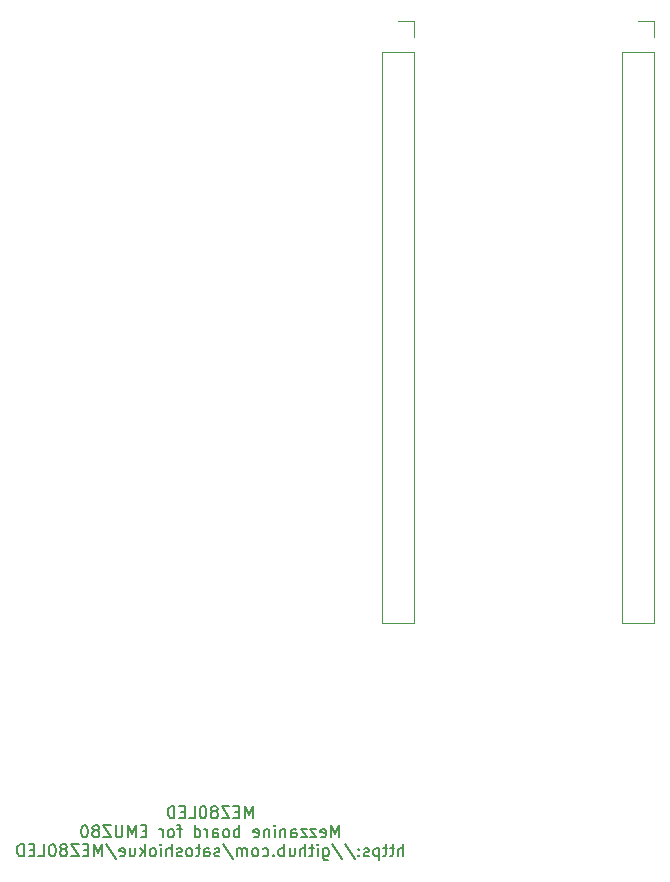
<source format=gbo>
G04 #@! TF.GenerationSoftware,KiCad,Pcbnew,(6.0.10-0)*
G04 #@! TF.CreationDate,2023-01-04T21:44:57+09:00*
G04 #@! TF.ProjectId,MEZ80LED,4d455a38-304c-4454-942e-6b696361645f,A*
G04 #@! TF.SameCoordinates,PX5ee3fe0PY8f872a0*
G04 #@! TF.FileFunction,Legend,Bot*
G04 #@! TF.FilePolarity,Positive*
%FSLAX46Y46*%
G04 Gerber Fmt 4.6, Leading zero omitted, Abs format (unit mm)*
G04 Created by KiCad (PCBNEW (6.0.10-0)) date 2023-01-04 21:44:57*
%MOMM*%
%LPD*%
G01*
G04 APERTURE LIST*
%ADD10C,0.150000*%
%ADD11C,0.120000*%
G04 APERTURE END LIST*
D10*
X39131428Y8777620D02*
X39131428Y9777620D01*
X38798095Y9063334D01*
X38464761Y9777620D01*
X38464761Y8777620D01*
X37988571Y9301429D02*
X37655238Y9301429D01*
X37512380Y8777620D02*
X37988571Y8777620D01*
X37988571Y9777620D01*
X37512380Y9777620D01*
X37179047Y9777620D02*
X36512380Y9777620D01*
X37179047Y8777620D01*
X36512380Y8777620D01*
X35988571Y9349048D02*
X36083809Y9396667D01*
X36131428Y9444286D01*
X36179047Y9539524D01*
X36179047Y9587143D01*
X36131428Y9682381D01*
X36083809Y9730000D01*
X35988571Y9777620D01*
X35798095Y9777620D01*
X35702857Y9730000D01*
X35655238Y9682381D01*
X35607619Y9587143D01*
X35607619Y9539524D01*
X35655238Y9444286D01*
X35702857Y9396667D01*
X35798095Y9349048D01*
X35988571Y9349048D01*
X36083809Y9301429D01*
X36131428Y9253810D01*
X36179047Y9158572D01*
X36179047Y8968096D01*
X36131428Y8872858D01*
X36083809Y8825239D01*
X35988571Y8777620D01*
X35798095Y8777620D01*
X35702857Y8825239D01*
X35655238Y8872858D01*
X35607619Y8968096D01*
X35607619Y9158572D01*
X35655238Y9253810D01*
X35702857Y9301429D01*
X35798095Y9349048D01*
X34988571Y9777620D02*
X34893333Y9777620D01*
X34798095Y9730000D01*
X34750476Y9682381D01*
X34702857Y9587143D01*
X34655238Y9396667D01*
X34655238Y9158572D01*
X34702857Y8968096D01*
X34750476Y8872858D01*
X34798095Y8825239D01*
X34893333Y8777620D01*
X34988571Y8777620D01*
X35083809Y8825239D01*
X35131428Y8872858D01*
X35179047Y8968096D01*
X35226666Y9158572D01*
X35226666Y9396667D01*
X35179047Y9587143D01*
X35131428Y9682381D01*
X35083809Y9730000D01*
X34988571Y9777620D01*
X33750476Y8777620D02*
X34226666Y8777620D01*
X34226666Y9777620D01*
X33417142Y9301429D02*
X33083809Y9301429D01*
X32940952Y8777620D02*
X33417142Y8777620D01*
X33417142Y9777620D01*
X32940952Y9777620D01*
X32512380Y8777620D02*
X32512380Y9777620D01*
X32274285Y9777620D01*
X32131428Y9730000D01*
X32036190Y9634762D01*
X31988571Y9539524D01*
X31940952Y9349048D01*
X31940952Y9206191D01*
X31988571Y9015715D01*
X32036190Y8920477D01*
X32131428Y8825239D01*
X32274285Y8777620D01*
X32512380Y8777620D01*
X46440952Y7167620D02*
X46440952Y8167620D01*
X46107619Y7453334D01*
X45774285Y8167620D01*
X45774285Y7167620D01*
X44917142Y7215239D02*
X45012380Y7167620D01*
X45202857Y7167620D01*
X45298095Y7215239D01*
X45345714Y7310477D01*
X45345714Y7691429D01*
X45298095Y7786667D01*
X45202857Y7834286D01*
X45012380Y7834286D01*
X44917142Y7786667D01*
X44869523Y7691429D01*
X44869523Y7596191D01*
X45345714Y7500953D01*
X44536190Y7834286D02*
X44012380Y7834286D01*
X44536190Y7167620D01*
X44012380Y7167620D01*
X43726666Y7834286D02*
X43202857Y7834286D01*
X43726666Y7167620D01*
X43202857Y7167620D01*
X42393333Y7167620D02*
X42393333Y7691429D01*
X42440952Y7786667D01*
X42536190Y7834286D01*
X42726666Y7834286D01*
X42821904Y7786667D01*
X42393333Y7215239D02*
X42488571Y7167620D01*
X42726666Y7167620D01*
X42821904Y7215239D01*
X42869523Y7310477D01*
X42869523Y7405715D01*
X42821904Y7500953D01*
X42726666Y7548572D01*
X42488571Y7548572D01*
X42393333Y7596191D01*
X41917142Y7834286D02*
X41917142Y7167620D01*
X41917142Y7739048D02*
X41869523Y7786667D01*
X41774285Y7834286D01*
X41631428Y7834286D01*
X41536190Y7786667D01*
X41488571Y7691429D01*
X41488571Y7167620D01*
X41012380Y7167620D02*
X41012380Y7834286D01*
X41012380Y8167620D02*
X41060000Y8120000D01*
X41012380Y8072381D01*
X40964761Y8120000D01*
X41012380Y8167620D01*
X41012380Y8072381D01*
X40536190Y7834286D02*
X40536190Y7167620D01*
X40536190Y7739048D02*
X40488571Y7786667D01*
X40393333Y7834286D01*
X40250476Y7834286D01*
X40155238Y7786667D01*
X40107619Y7691429D01*
X40107619Y7167620D01*
X39250476Y7215239D02*
X39345714Y7167620D01*
X39536190Y7167620D01*
X39631428Y7215239D01*
X39679047Y7310477D01*
X39679047Y7691429D01*
X39631428Y7786667D01*
X39536190Y7834286D01*
X39345714Y7834286D01*
X39250476Y7786667D01*
X39202857Y7691429D01*
X39202857Y7596191D01*
X39679047Y7500953D01*
X38012380Y7167620D02*
X38012380Y8167620D01*
X38012380Y7786667D02*
X37917142Y7834286D01*
X37726666Y7834286D01*
X37631428Y7786667D01*
X37583809Y7739048D01*
X37536190Y7643810D01*
X37536190Y7358096D01*
X37583809Y7262858D01*
X37631428Y7215239D01*
X37726666Y7167620D01*
X37917142Y7167620D01*
X38012380Y7215239D01*
X36964761Y7167620D02*
X37060000Y7215239D01*
X37107619Y7262858D01*
X37155238Y7358096D01*
X37155238Y7643810D01*
X37107619Y7739048D01*
X37060000Y7786667D01*
X36964761Y7834286D01*
X36821904Y7834286D01*
X36726666Y7786667D01*
X36679047Y7739048D01*
X36631428Y7643810D01*
X36631428Y7358096D01*
X36679047Y7262858D01*
X36726666Y7215239D01*
X36821904Y7167620D01*
X36964761Y7167620D01*
X35774285Y7167620D02*
X35774285Y7691429D01*
X35821904Y7786667D01*
X35917142Y7834286D01*
X36107619Y7834286D01*
X36202857Y7786667D01*
X35774285Y7215239D02*
X35869523Y7167620D01*
X36107619Y7167620D01*
X36202857Y7215239D01*
X36250476Y7310477D01*
X36250476Y7405715D01*
X36202857Y7500953D01*
X36107619Y7548572D01*
X35869523Y7548572D01*
X35774285Y7596191D01*
X35298095Y7167620D02*
X35298095Y7834286D01*
X35298095Y7643810D02*
X35250476Y7739048D01*
X35202857Y7786667D01*
X35107619Y7834286D01*
X35012380Y7834286D01*
X34250476Y7167620D02*
X34250476Y8167620D01*
X34250476Y7215239D02*
X34345714Y7167620D01*
X34536190Y7167620D01*
X34631428Y7215239D01*
X34679047Y7262858D01*
X34726666Y7358096D01*
X34726666Y7643810D01*
X34679047Y7739048D01*
X34631428Y7786667D01*
X34536190Y7834286D01*
X34345714Y7834286D01*
X34250476Y7786667D01*
X33155238Y7834286D02*
X32774285Y7834286D01*
X33012380Y7167620D02*
X33012380Y8024762D01*
X32964761Y8120000D01*
X32869523Y8167620D01*
X32774285Y8167620D01*
X32298095Y7167620D02*
X32393333Y7215239D01*
X32440952Y7262858D01*
X32488571Y7358096D01*
X32488571Y7643810D01*
X32440952Y7739048D01*
X32393333Y7786667D01*
X32298095Y7834286D01*
X32155238Y7834286D01*
X32060000Y7786667D01*
X32012380Y7739048D01*
X31964761Y7643810D01*
X31964761Y7358096D01*
X32012380Y7262858D01*
X32060000Y7215239D01*
X32155238Y7167620D01*
X32298095Y7167620D01*
X31536190Y7167620D02*
X31536190Y7834286D01*
X31536190Y7643810D02*
X31488571Y7739048D01*
X31440952Y7786667D01*
X31345714Y7834286D01*
X31250476Y7834286D01*
X30155238Y7691429D02*
X29821904Y7691429D01*
X29679047Y7167620D02*
X30155238Y7167620D01*
X30155238Y8167620D01*
X29679047Y8167620D01*
X29250476Y7167620D02*
X29250476Y8167620D01*
X28917142Y7453334D01*
X28583809Y8167620D01*
X28583809Y7167620D01*
X28107619Y8167620D02*
X28107619Y7358096D01*
X28060000Y7262858D01*
X28012380Y7215239D01*
X27917142Y7167620D01*
X27726666Y7167620D01*
X27631428Y7215239D01*
X27583809Y7262858D01*
X27536190Y7358096D01*
X27536190Y8167620D01*
X27155238Y8167620D02*
X26488571Y8167620D01*
X27155238Y7167620D01*
X26488571Y7167620D01*
X25964761Y7739048D02*
X26060000Y7786667D01*
X26107619Y7834286D01*
X26155238Y7929524D01*
X26155238Y7977143D01*
X26107619Y8072381D01*
X26060000Y8120000D01*
X25964761Y8167620D01*
X25774285Y8167620D01*
X25679047Y8120000D01*
X25631428Y8072381D01*
X25583809Y7977143D01*
X25583809Y7929524D01*
X25631428Y7834286D01*
X25679047Y7786667D01*
X25774285Y7739048D01*
X25964761Y7739048D01*
X26060000Y7691429D01*
X26107619Y7643810D01*
X26155238Y7548572D01*
X26155238Y7358096D01*
X26107619Y7262858D01*
X26060000Y7215239D01*
X25964761Y7167620D01*
X25774285Y7167620D01*
X25679047Y7215239D01*
X25631428Y7262858D01*
X25583809Y7358096D01*
X25583809Y7548572D01*
X25631428Y7643810D01*
X25679047Y7691429D01*
X25774285Y7739048D01*
X24964761Y8167620D02*
X24869523Y8167620D01*
X24774285Y8120000D01*
X24726666Y8072381D01*
X24679047Y7977143D01*
X24631428Y7786667D01*
X24631428Y7548572D01*
X24679047Y7358096D01*
X24726666Y7262858D01*
X24774285Y7215239D01*
X24869523Y7167620D01*
X24964761Y7167620D01*
X25060000Y7215239D01*
X25107619Y7262858D01*
X25155238Y7358096D01*
X25202857Y7548572D01*
X25202857Y7786667D01*
X25155238Y7977143D01*
X25107619Y8072381D01*
X25060000Y8120000D01*
X24964761Y8167620D01*
X51893333Y5557620D02*
X51893333Y6557620D01*
X51464761Y5557620D02*
X51464761Y6081429D01*
X51512380Y6176667D01*
X51607619Y6224286D01*
X51750476Y6224286D01*
X51845714Y6176667D01*
X51893333Y6129048D01*
X51131428Y6224286D02*
X50750476Y6224286D01*
X50988571Y6557620D02*
X50988571Y5700477D01*
X50940952Y5605239D01*
X50845714Y5557620D01*
X50750476Y5557620D01*
X50560000Y6224286D02*
X50179047Y6224286D01*
X50417142Y6557620D02*
X50417142Y5700477D01*
X50369523Y5605239D01*
X50274285Y5557620D01*
X50179047Y5557620D01*
X49845714Y6224286D02*
X49845714Y5224286D01*
X49845714Y6176667D02*
X49750476Y6224286D01*
X49560000Y6224286D01*
X49464761Y6176667D01*
X49417142Y6129048D01*
X49369523Y6033810D01*
X49369523Y5748096D01*
X49417142Y5652858D01*
X49464761Y5605239D01*
X49560000Y5557620D01*
X49750476Y5557620D01*
X49845714Y5605239D01*
X48988571Y5605239D02*
X48893333Y5557620D01*
X48702857Y5557620D01*
X48607619Y5605239D01*
X48560000Y5700477D01*
X48560000Y5748096D01*
X48607619Y5843334D01*
X48702857Y5890953D01*
X48845714Y5890953D01*
X48940952Y5938572D01*
X48988571Y6033810D01*
X48988571Y6081429D01*
X48940952Y6176667D01*
X48845714Y6224286D01*
X48702857Y6224286D01*
X48607619Y6176667D01*
X48131428Y5652858D02*
X48083809Y5605239D01*
X48131428Y5557620D01*
X48179047Y5605239D01*
X48131428Y5652858D01*
X48131428Y5557620D01*
X48131428Y6176667D02*
X48083809Y6129048D01*
X48131428Y6081429D01*
X48179047Y6129048D01*
X48131428Y6176667D01*
X48131428Y6081429D01*
X46940952Y6605239D02*
X47798095Y5319524D01*
X45893333Y6605239D02*
X46750476Y5319524D01*
X45131428Y6224286D02*
X45131428Y5414762D01*
X45179047Y5319524D01*
X45226666Y5271905D01*
X45321904Y5224286D01*
X45464761Y5224286D01*
X45560000Y5271905D01*
X45131428Y5605239D02*
X45226666Y5557620D01*
X45417142Y5557620D01*
X45512380Y5605239D01*
X45560000Y5652858D01*
X45607619Y5748096D01*
X45607619Y6033810D01*
X45560000Y6129048D01*
X45512380Y6176667D01*
X45417142Y6224286D01*
X45226666Y6224286D01*
X45131428Y6176667D01*
X44655238Y5557620D02*
X44655238Y6224286D01*
X44655238Y6557620D02*
X44702857Y6510000D01*
X44655238Y6462381D01*
X44607619Y6510000D01*
X44655238Y6557620D01*
X44655238Y6462381D01*
X44321904Y6224286D02*
X43940952Y6224286D01*
X44179047Y6557620D02*
X44179047Y5700477D01*
X44131428Y5605239D01*
X44036190Y5557620D01*
X43940952Y5557620D01*
X43607619Y5557620D02*
X43607619Y6557620D01*
X43179047Y5557620D02*
X43179047Y6081429D01*
X43226666Y6176667D01*
X43321904Y6224286D01*
X43464761Y6224286D01*
X43560000Y6176667D01*
X43607619Y6129048D01*
X42274285Y6224286D02*
X42274285Y5557620D01*
X42702857Y6224286D02*
X42702857Y5700477D01*
X42655238Y5605239D01*
X42560000Y5557620D01*
X42417142Y5557620D01*
X42321904Y5605239D01*
X42274285Y5652858D01*
X41798095Y5557620D02*
X41798095Y6557620D01*
X41798095Y6176667D02*
X41702857Y6224286D01*
X41512380Y6224286D01*
X41417142Y6176667D01*
X41369523Y6129048D01*
X41321904Y6033810D01*
X41321904Y5748096D01*
X41369523Y5652858D01*
X41417142Y5605239D01*
X41512380Y5557620D01*
X41702857Y5557620D01*
X41798095Y5605239D01*
X40893333Y5652858D02*
X40845714Y5605239D01*
X40893333Y5557620D01*
X40940952Y5605239D01*
X40893333Y5652858D01*
X40893333Y5557620D01*
X39988571Y5605239D02*
X40083809Y5557620D01*
X40274285Y5557620D01*
X40369523Y5605239D01*
X40417142Y5652858D01*
X40464761Y5748096D01*
X40464761Y6033810D01*
X40417142Y6129048D01*
X40369523Y6176667D01*
X40274285Y6224286D01*
X40083809Y6224286D01*
X39988571Y6176667D01*
X39417142Y5557620D02*
X39512380Y5605239D01*
X39560000Y5652858D01*
X39607619Y5748096D01*
X39607619Y6033810D01*
X39560000Y6129048D01*
X39512380Y6176667D01*
X39417142Y6224286D01*
X39274285Y6224286D01*
X39179047Y6176667D01*
X39131428Y6129048D01*
X39083809Y6033810D01*
X39083809Y5748096D01*
X39131428Y5652858D01*
X39179047Y5605239D01*
X39274285Y5557620D01*
X39417142Y5557620D01*
X38655238Y5557620D02*
X38655238Y6224286D01*
X38655238Y6129048D02*
X38607619Y6176667D01*
X38512380Y6224286D01*
X38369523Y6224286D01*
X38274285Y6176667D01*
X38226666Y6081429D01*
X38226666Y5557620D01*
X38226666Y6081429D02*
X38179047Y6176667D01*
X38083809Y6224286D01*
X37940952Y6224286D01*
X37845714Y6176667D01*
X37798095Y6081429D01*
X37798095Y5557620D01*
X36607619Y6605239D02*
X37464761Y5319524D01*
X36321904Y5605239D02*
X36226666Y5557620D01*
X36036190Y5557620D01*
X35940952Y5605239D01*
X35893333Y5700477D01*
X35893333Y5748096D01*
X35940952Y5843334D01*
X36036190Y5890953D01*
X36179047Y5890953D01*
X36274285Y5938572D01*
X36321904Y6033810D01*
X36321904Y6081429D01*
X36274285Y6176667D01*
X36179047Y6224286D01*
X36036190Y6224286D01*
X35940952Y6176667D01*
X35036190Y5557620D02*
X35036190Y6081429D01*
X35083809Y6176667D01*
X35179047Y6224286D01*
X35369523Y6224286D01*
X35464761Y6176667D01*
X35036190Y5605239D02*
X35131428Y5557620D01*
X35369523Y5557620D01*
X35464761Y5605239D01*
X35512380Y5700477D01*
X35512380Y5795715D01*
X35464761Y5890953D01*
X35369523Y5938572D01*
X35131428Y5938572D01*
X35036190Y5986191D01*
X34702857Y6224286D02*
X34321904Y6224286D01*
X34560000Y6557620D02*
X34560000Y5700477D01*
X34512380Y5605239D01*
X34417142Y5557620D01*
X34321904Y5557620D01*
X33845714Y5557620D02*
X33940952Y5605239D01*
X33988571Y5652858D01*
X34036190Y5748096D01*
X34036190Y6033810D01*
X33988571Y6129048D01*
X33940952Y6176667D01*
X33845714Y6224286D01*
X33702857Y6224286D01*
X33607619Y6176667D01*
X33560000Y6129048D01*
X33512380Y6033810D01*
X33512380Y5748096D01*
X33560000Y5652858D01*
X33607619Y5605239D01*
X33702857Y5557620D01*
X33845714Y5557620D01*
X33131428Y5605239D02*
X33036190Y5557620D01*
X32845714Y5557620D01*
X32750476Y5605239D01*
X32702857Y5700477D01*
X32702857Y5748096D01*
X32750476Y5843334D01*
X32845714Y5890953D01*
X32988571Y5890953D01*
X33083809Y5938572D01*
X33131428Y6033810D01*
X33131428Y6081429D01*
X33083809Y6176667D01*
X32988571Y6224286D01*
X32845714Y6224286D01*
X32750476Y6176667D01*
X32274285Y5557620D02*
X32274285Y6557620D01*
X31845714Y5557620D02*
X31845714Y6081429D01*
X31893333Y6176667D01*
X31988571Y6224286D01*
X32131428Y6224286D01*
X32226666Y6176667D01*
X32274285Y6129048D01*
X31369523Y5557620D02*
X31369523Y6224286D01*
X31369523Y6557620D02*
X31417142Y6510000D01*
X31369523Y6462381D01*
X31321904Y6510000D01*
X31369523Y6557620D01*
X31369523Y6462381D01*
X30750476Y5557620D02*
X30845714Y5605239D01*
X30893333Y5652858D01*
X30940952Y5748096D01*
X30940952Y6033810D01*
X30893333Y6129048D01*
X30845714Y6176667D01*
X30750476Y6224286D01*
X30607619Y6224286D01*
X30512380Y6176667D01*
X30464761Y6129048D01*
X30417142Y6033810D01*
X30417142Y5748096D01*
X30464761Y5652858D01*
X30512380Y5605239D01*
X30607619Y5557620D01*
X30750476Y5557620D01*
X29988571Y5557620D02*
X29988571Y6557620D01*
X29893333Y5938572D02*
X29607619Y5557620D01*
X29607619Y6224286D02*
X29988571Y5843334D01*
X28750476Y6224286D02*
X28750476Y5557620D01*
X29179047Y6224286D02*
X29179047Y5700477D01*
X29131428Y5605239D01*
X29036190Y5557620D01*
X28893333Y5557620D01*
X28798095Y5605239D01*
X28750476Y5652858D01*
X27893333Y5605239D02*
X27988571Y5557620D01*
X28179047Y5557620D01*
X28274285Y5605239D01*
X28321904Y5700477D01*
X28321904Y6081429D01*
X28274285Y6176667D01*
X28179047Y6224286D01*
X27988571Y6224286D01*
X27893333Y6176667D01*
X27845714Y6081429D01*
X27845714Y5986191D01*
X28321904Y5890953D01*
X26702857Y6605239D02*
X27560000Y5319524D01*
X26369523Y5557620D02*
X26369523Y6557620D01*
X26036190Y5843334D01*
X25702857Y6557620D01*
X25702857Y5557620D01*
X25226666Y6081429D02*
X24893333Y6081429D01*
X24750476Y5557620D02*
X25226666Y5557620D01*
X25226666Y6557620D01*
X24750476Y6557620D01*
X24417142Y6557620D02*
X23750476Y6557620D01*
X24417142Y5557620D01*
X23750476Y5557620D01*
X23226666Y6129048D02*
X23321904Y6176667D01*
X23369523Y6224286D01*
X23417142Y6319524D01*
X23417142Y6367143D01*
X23369523Y6462381D01*
X23321904Y6510000D01*
X23226666Y6557620D01*
X23036190Y6557620D01*
X22940952Y6510000D01*
X22893333Y6462381D01*
X22845714Y6367143D01*
X22845714Y6319524D01*
X22893333Y6224286D01*
X22940952Y6176667D01*
X23036190Y6129048D01*
X23226666Y6129048D01*
X23321904Y6081429D01*
X23369523Y6033810D01*
X23417142Y5938572D01*
X23417142Y5748096D01*
X23369523Y5652858D01*
X23321904Y5605239D01*
X23226666Y5557620D01*
X23036190Y5557620D01*
X22940952Y5605239D01*
X22893333Y5652858D01*
X22845714Y5748096D01*
X22845714Y5938572D01*
X22893333Y6033810D01*
X22940952Y6081429D01*
X23036190Y6129048D01*
X22226666Y6557620D02*
X22131428Y6557620D01*
X22036190Y6510000D01*
X21988571Y6462381D01*
X21940952Y6367143D01*
X21893333Y6176667D01*
X21893333Y5938572D01*
X21940952Y5748096D01*
X21988571Y5652858D01*
X22036190Y5605239D01*
X22131428Y5557620D01*
X22226666Y5557620D01*
X22321904Y5605239D01*
X22369523Y5652858D01*
X22417142Y5748096D01*
X22464761Y5938572D01*
X22464761Y6176667D01*
X22417142Y6367143D01*
X22369523Y6462381D01*
X22321904Y6510000D01*
X22226666Y6557620D01*
X20988571Y5557620D02*
X21464761Y5557620D01*
X21464761Y6557620D01*
X20655238Y6081429D02*
X20321904Y6081429D01*
X20179047Y5557620D02*
X20655238Y5557620D01*
X20655238Y6557620D01*
X20179047Y6557620D01*
X19750476Y5557620D02*
X19750476Y6557620D01*
X19512380Y6557620D01*
X19369523Y6510000D01*
X19274285Y6414762D01*
X19226666Y6319524D01*
X19179047Y6129048D01*
X19179047Y5986191D01*
X19226666Y5795715D01*
X19274285Y5700477D01*
X19369523Y5605239D01*
X19512380Y5557620D01*
X19750476Y5557620D01*
D11*
X73085000Y25340000D02*
X70425000Y25340000D01*
X70425000Y73660000D02*
X70425000Y25340000D01*
X73085000Y73660000D02*
X73085000Y25340000D01*
X73085000Y73660000D02*
X70425000Y73660000D01*
X73085000Y76260000D02*
X71755000Y76260000D01*
X73085000Y74930000D02*
X73085000Y76260000D01*
X52765000Y25340000D02*
X50105000Y25340000D01*
X52765000Y76260000D02*
X51435000Y76260000D01*
X52765000Y73660000D02*
X52765000Y25340000D01*
X52765000Y74930000D02*
X52765000Y76260000D01*
X52765000Y73660000D02*
X50105000Y73660000D01*
X50105000Y73660000D02*
X50105000Y25340000D01*
M02*

</source>
